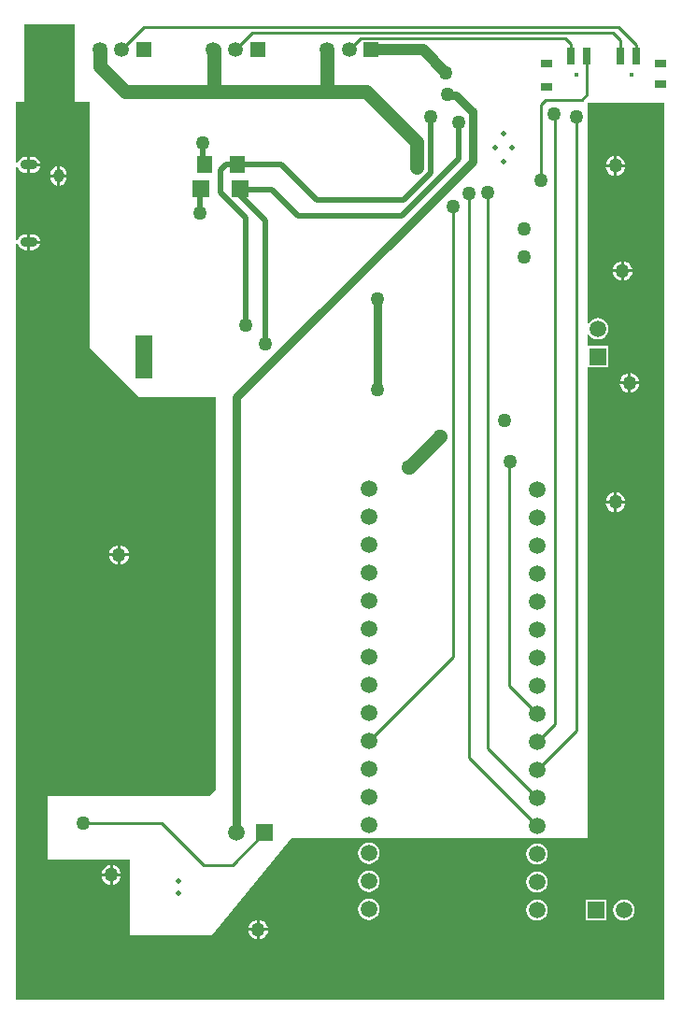
<source format=gbl>
G04*
G04 #@! TF.GenerationSoftware,Altium Limited,Altium Designer,19.1.8 (144)*
G04*
G04 Layer_Physical_Order=2*
G04 Layer_Color=16711680*
%FSTAX44Y44*%
%MOMM*%
G71*
G01*
G75*
%ADD17R,1.4000X1.5000*%
%ADD87C,0.5000*%
%ADD89C,1.0160*%
%ADD90C,0.2540*%
%ADD91C,0.5080*%
%ADD92C,0.7620*%
%ADD95C,1.2700*%
%ADD99R,1.5000X1.5000*%
%ADD100C,1.5000*%
%ADD101R,1.5000X4.0000*%
%ADD102R,1.5000X3.5000*%
%ADD103R,3.5000X1.5000*%
%ADD104O,0.9500X1.2500*%
%ADD105O,1.5500X0.9000*%
%ADD106R,1.3500X1.3500*%
%ADD107C,1.3500*%
%ADD108C,0.4500*%
%ADD109R,1.5000X1.5000*%
%ADD110C,1.2700*%
%ADD111R,1.0000X0.8000*%
%ADD112R,0.7000X1.5000*%
G36*
X0005588Y00826262D02*
X0006985D01*
Y0060325D01*
X001143Y005588D01*
X0018415D01*
Y002032D01*
X001778Y0019685D01*
X0003175D01*
Y00139954D01*
X00106172D01*
X00106172Y00070866D01*
X00180504D01*
X00252879Y0015875D01*
X005207D01*
Y00585844D01*
X0053963D01*
Y00604908D01*
X005207D01*
Y00615381D01*
X00520864Y00615471D01*
X0052197Y00615711D01*
X005233Y00613978D01*
X00525291Y0061245D01*
X0052761Y00611489D01*
X00530098Y00611162D01*
X00532586Y00611489D01*
X00534905Y0061245D01*
X00536896Y00613978D01*
X00538424Y00615969D01*
X00539385Y00618288D01*
X00539712Y00620776D01*
X00539385Y00623264D01*
X00538424Y00625583D01*
X00536896Y00627574D01*
X00534905Y00629102D01*
X00532586Y00630063D01*
X00530098Y0063039D01*
X0052761Y00630063D01*
X00525291Y00629102D01*
X005233Y00627574D01*
X0052197Y00625841D01*
X00520864Y00626081D01*
X005207Y00626171D01*
Y008255D01*
X0059055D01*
Y000127D01*
X005842D01*
Y000127D01*
X00003048D01*
X00003048Y00697209D01*
X00004318Y00697292D01*
X00004321Y00697268D01*
X00005031Y00695556D01*
X00006159Y00694085D01*
X0000763Y00692957D01*
X00009342Y00692247D01*
X0001118Y00692005D01*
X0001316D01*
Y00699106D01*
Y00706207D01*
X0001118D01*
X00009342Y00705965D01*
X0000763Y00705255D01*
X00006159Y00704127D01*
X00005031Y00702656D01*
X00004321Y00700944D01*
X00004318Y00700919D01*
X00003048Y00701003D01*
Y00767209D01*
X00004318Y00767292D01*
X00004321Y00767268D01*
X00005031Y00765556D01*
X00006159Y00764085D01*
X0000763Y00762957D01*
X00009342Y00762247D01*
X0001118Y00762005D01*
X0001316D01*
Y00769106D01*
Y00776207D01*
X0001118D01*
X00009342Y00775965D01*
X0000763Y00775255D01*
X00006159Y00774127D01*
X00005031Y00772656D01*
X00004321Y00770944D01*
X00004318Y00770919D01*
X00003048Y00771003D01*
Y00826262D01*
X0001016D01*
Y0089662D01*
X0005588D01*
Y00826262D01*
D02*
G37*
%LPC*%
G36*
X0001768Y00776207D02*
X000157D01*
Y00770376D01*
X00024613D01*
X00024539Y00770944D01*
X00023829Y00772656D01*
X00022701Y00774127D01*
X0002123Y00775255D01*
X00019518Y00775965D01*
X0001768Y00776207D01*
D02*
G37*
G36*
X0054737Y0077715D02*
Y0076962D01*
X00554899D01*
X00554761Y00770671D01*
X00553865Y00772833D01*
X0055244Y0077469D01*
X00550583Y00776115D01*
X00548421Y00777011D01*
X0054737Y0077715D01*
D02*
G37*
G36*
X0054483D02*
X00543779Y00777011D01*
X00541617Y00776115D01*
X0053976Y0077469D01*
X00538335Y00772833D01*
X00537439Y00770671D01*
X005373Y0076962D01*
X0054483D01*
Y0077715D01*
D02*
G37*
G36*
X00024613Y00767836D02*
X000157D01*
Y00762005D01*
X0001768D01*
X00019518Y00762247D01*
X0002123Y00762957D01*
X00022701Y00764085D01*
X00023829Y00765556D01*
X00024539Y00767268D01*
X00024613Y00767836D01*
D02*
G37*
G36*
X000427Y00767792D02*
Y00760376D01*
X00048783D01*
Y00760606D01*
X00048532Y00762509D01*
X00047798Y00764283D01*
X00046629Y00765805D01*
X00045107Y00766974D01*
X00043333Y00767708D01*
X000427Y00767792D01*
D02*
G37*
G36*
X0004016D02*
X00039527Y00767708D01*
X00037754Y00766974D01*
X00036231Y00765805D01*
X00035062Y00764283D01*
X00034328Y00762509D01*
X00034077Y00760606D01*
Y00760376D01*
X0004016D01*
Y00767792D01*
D02*
G37*
G36*
X00554899Y0076708D02*
X0054737D01*
Y0075955D01*
X00548421Y00759689D01*
X00550583Y00760585D01*
X0055244Y0076201D01*
X00553865Y00763867D01*
X00554761Y00766029D01*
X00554899Y0076708D01*
D02*
G37*
G36*
X0054483D02*
X005373D01*
X00537439Y00766029D01*
X00538335Y00763867D01*
X0053976Y0076201D01*
X00541617Y00760585D01*
X00543779Y00759689D01*
X0054483Y0075955D01*
Y0076708D01*
D02*
G37*
G36*
X00048783Y00757836D02*
X000427D01*
Y0075042D01*
X00043333Y00750504D01*
X00045107Y00751238D01*
X00046629Y00752407D01*
X00047798Y0075393D01*
X00048532Y00755703D01*
X00048783Y00757606D01*
Y00757836D01*
D02*
G37*
G36*
X0004016D02*
X00034077D01*
Y00757606D01*
X00034328Y00755703D01*
X00035062Y0075393D01*
X00036231Y00752407D01*
X00037754Y00751238D01*
X00039527Y00750504D01*
X0004016Y0075042D01*
Y00757836D01*
D02*
G37*
G36*
X0001768Y00706207D02*
X000157D01*
Y00700376D01*
X00024613D01*
X00024539Y00700944D01*
X00023829Y00702656D01*
X00022701Y00704127D01*
X0002123Y00705255D01*
X00019518Y00705965D01*
X0001768Y00706207D01*
D02*
G37*
G36*
X00024613Y00697836D02*
X000157D01*
Y00692005D01*
X0001768D01*
X00019518Y00692247D01*
X0002123Y00692957D01*
X00022701Y00694085D01*
X00023829Y00695556D01*
X00024539Y00697268D01*
X00024613Y00697836D01*
D02*
G37*
G36*
X0055372Y00681899D02*
Y0067437D01*
X0056125D01*
X00561111Y00675421D01*
X00560215Y00677583D01*
X0055879Y0067944D01*
X00556933Y00680865D01*
X00554771Y00681761D01*
X0055372Y00681899D01*
D02*
G37*
G36*
X0055118D02*
X00550129Y00681761D01*
X00547967Y00680865D01*
X0054611Y0067944D01*
X00544685Y00677583D01*
X00543789Y00675421D01*
X00543651Y0067437D01*
X0055118D01*
Y00681899D01*
D02*
G37*
G36*
X0056125Y0067183D02*
X0055372D01*
Y00664301D01*
X00554771Y00664439D01*
X00556933Y00665335D01*
X0055879Y0066676D01*
X00560215Y00668617D01*
X00561111Y00670779D01*
X0056125Y0067183D01*
D02*
G37*
G36*
X0055118D02*
X00543651D01*
X00543789Y00670779D01*
X00544685Y00668617D01*
X0054611Y0066676D01*
X00547967Y00665335D01*
X00550129Y00664439D01*
X0055118Y00664301D01*
Y0067183D01*
D02*
G37*
G36*
X0056007Y00580299D02*
Y0057277D01*
X00567599D01*
X00567461Y00573821D01*
X00566565Y00575983D01*
X0056514Y0057784D01*
X00563283Y00579265D01*
X00561121Y00580161D01*
X0056007Y00580299D01*
D02*
G37*
G36*
X0055753D02*
X00556479Y00580161D01*
X00554317Y00579265D01*
X0055246Y0057784D01*
X00551035Y00575983D01*
X00550139Y00573821D01*
X0055Y0057277D01*
X0055753D01*
Y00580299D01*
D02*
G37*
G36*
X00567599Y0057023D02*
X0056007D01*
Y00562701D01*
X00561121Y00562839D01*
X00563283Y00563735D01*
X0056514Y0056516D01*
X00566565Y00567017D01*
X00567461Y00569179D01*
X00567599Y0057023D01*
D02*
G37*
G36*
X0055753D02*
X0055D01*
X00550139Y00569179D01*
X00551035Y00567017D01*
X0055246Y0056516D01*
X00554317Y00563735D01*
X00556479Y00562839D01*
X0055753Y00562701D01*
Y0057023D01*
D02*
G37*
G36*
X0054737Y0047235D02*
Y0046482D01*
X00554899D01*
X00554761Y00465871D01*
X00553865Y00468033D01*
X0055244Y0046989D01*
X00550583Y00471315D01*
X00548421Y00472211D01*
X0054737Y0047235D01*
D02*
G37*
G36*
X0054483D02*
X00543779Y00472211D01*
X00541617Y00471315D01*
X0053976Y0046989D01*
X00538335Y00468033D01*
X00537439Y00465871D01*
X005373Y0046482D01*
X0054483D01*
Y0047235D01*
D02*
G37*
G36*
X00554899Y0046228D02*
X0054737D01*
Y00454751D01*
X00548421Y00454889D01*
X00550583Y00455785D01*
X0055244Y0045721D01*
X00553865Y00459067D01*
X00554761Y00461229D01*
X00554899Y0046228D01*
D02*
G37*
G36*
X0054483D02*
X005373D01*
X00537439Y00461229D01*
X00538335Y00459067D01*
X0053976Y0045721D01*
X00541617Y00455785D01*
X00543779Y00454889D01*
X0054483Y00454751D01*
Y0046228D01*
D02*
G37*
G36*
X00097536Y00424598D02*
Y00417068D01*
X00105065D01*
X00104927Y00418119D01*
X00104031Y00420281D01*
X00102606Y00422138D01*
X00100749Y00423563D01*
X00098587Y00424459D01*
X00097536Y00424598D01*
D02*
G37*
G36*
X00094996D02*
X00093945Y00424459D01*
X00091783Y00423563D01*
X00089926Y00422138D01*
X00088501Y00420281D01*
X00087605Y00418119D01*
X00087466Y00417068D01*
X00094996D01*
Y00424598D01*
D02*
G37*
G36*
X00105065Y00414528D02*
X00097536D01*
Y00406998D01*
X00098587Y00407137D01*
X00100749Y00408033D01*
X00102606Y00409458D01*
X00104031Y00411315D01*
X00104927Y00413477D01*
X00105065Y00414528D01*
D02*
G37*
G36*
X00094996D02*
X00087466D01*
X00087605Y00413477D01*
X00088501Y00411315D01*
X00089926Y00409458D01*
X00091783Y00408033D01*
X00093945Y00407137D01*
X00094996Y00406998D01*
Y00414528D01*
D02*
G37*
G36*
X0032258Y00154902D02*
X00320092Y00154575D01*
X00317773Y00153614D01*
X00315782Y00152086D01*
X00314254Y00150095D01*
X00313293Y00147776D01*
X00312966Y00145288D01*
X00313293Y001428D01*
X00314254Y00140481D01*
X00315782Y0013849D01*
X00317773Y00136962D01*
X00320092Y00136001D01*
X0032258Y00135674D01*
X00325068Y00136001D01*
X00327387Y00136962D01*
X00329378Y0013849D01*
X00330906Y00140481D01*
X00331867Y001428D01*
X00332194Y00145288D01*
X00331867Y00147776D01*
X00330906Y00150095D01*
X00329378Y00152086D01*
X00327387Y00153614D01*
X00325068Y00154575D01*
X0032258Y00154902D01*
D02*
G37*
G36*
X0047498Y00154394D02*
X00472492Y00154067D01*
X00470173Y00153106D01*
X00468182Y00151578D01*
X00466654Y00149587D01*
X00465693Y00147268D01*
X00465366Y0014478D01*
X00465693Y00142292D01*
X00466654Y00139973D01*
X00468182Y00137982D01*
X00470173Y00136454D01*
X00472492Y00135493D01*
X0047498Y00135166D01*
X00477468Y00135493D01*
X00479787Y00136454D01*
X00481778Y00137982D01*
X00483306Y00139973D01*
X00484267Y00142292D01*
X00484594Y0014478D01*
X00484267Y00147268D01*
X00483306Y00149587D01*
X00481778Y00151578D01*
X00479787Y00153106D01*
X00477468Y00154067D01*
X0047498Y00154394D01*
D02*
G37*
G36*
X00090424Y00134529D02*
Y00127D01*
X00097954D01*
X00097815Y00128051D01*
X00096919Y00130213D01*
X00095494Y0013207D01*
X00093637Y00133495D01*
X00091475Y00134391D01*
X00090424Y00134529D01*
D02*
G37*
G36*
X00087884D02*
X00086833Y00134391D01*
X00084671Y00133495D01*
X00082814Y0013207D01*
X00081389Y00130213D01*
X00080493Y00128051D01*
X00080354Y00127D01*
X00087884D01*
Y00134529D01*
D02*
G37*
G36*
X00097954Y0012446D02*
X00090424D01*
Y00116931D01*
X00091475Y00117069D01*
X00093637Y00117965D01*
X00095494Y0011939D01*
X00096919Y00121247D01*
X00097815Y00123409D01*
X00097954Y0012446D01*
D02*
G37*
G36*
X00087884D02*
X00080354D01*
X00080493Y00123409D01*
X00081389Y00121247D01*
X00082814Y0011939D01*
X00084671Y00117965D01*
X00086833Y00117069D01*
X00087884Y00116931D01*
Y0012446D01*
D02*
G37*
G36*
X0032258Y00129502D02*
X00320092Y00129175D01*
X00317773Y00128214D01*
X00315782Y00126686D01*
X00314254Y00124695D01*
X00313293Y00122376D01*
X00312966Y00119888D01*
X00313293Y001174D01*
X00314254Y00115081D01*
X00315782Y0011309D01*
X00317773Y00111562D01*
X00320092Y00110601D01*
X0032258Y00110274D01*
X00325068Y00110601D01*
X00327387Y00111562D01*
X00329378Y0011309D01*
X00330906Y00115081D01*
X00331867Y001174D01*
X00332194Y00119888D01*
X00331867Y00122376D01*
X00330906Y00124695D01*
X00329378Y00126686D01*
X00327387Y00128214D01*
X00325068Y00129175D01*
X0032258Y00129502D01*
D02*
G37*
G36*
X0047498Y00128994D02*
X00472492Y00128667D01*
X00470173Y00127706D01*
X00468182Y00126178D01*
X00466654Y00124187D01*
X00465693Y00121868D01*
X00465366Y0011938D01*
X00465693Y00116892D01*
X00466654Y00114573D01*
X00468182Y00112582D01*
X00470173Y00111054D01*
X00472492Y00110093D01*
X0047498Y00109766D01*
X00477468Y00110093D01*
X00479787Y00111054D01*
X00481778Y00112582D01*
X00483306Y00114573D01*
X00484267Y00116892D01*
X00484594Y0011938D01*
X00484267Y00121868D01*
X00483306Y00124187D01*
X00481778Y00126178D01*
X00479787Y00127706D01*
X00477468Y00128667D01*
X0047498Y00128994D01*
D02*
G37*
G36*
X0032258Y00104102D02*
X00320092Y00103775D01*
X00317773Y00102814D01*
X00315782Y00101286D01*
X00314254Y00099295D01*
X00313293Y00096976D01*
X00312966Y00094488D01*
X00313293Y00092D01*
X00314254Y00089681D01*
X00315782Y0008769D01*
X00317773Y00086162D01*
X00320092Y00085201D01*
X0032258Y00084874D01*
X00325068Y00085201D01*
X00327387Y00086162D01*
X00329378Y0008769D01*
X00330906Y00089681D01*
X00331867Y00092D01*
X00332194Y00094488D01*
X00331867Y00096976D01*
X00330906Y00099295D01*
X00329378Y00101286D01*
X00327387Y00102814D01*
X00325068Y00103775D01*
X0032258Y00104102D01*
D02*
G37*
G36*
X00537852Y00103512D02*
X00518788D01*
Y00084448D01*
X00537852D01*
Y00103512D01*
D02*
G37*
G36*
X0055372Y00103594D02*
X00551232Y00103267D01*
X00548913Y00102306D01*
X00546922Y00100778D01*
X00545394Y00098787D01*
X00544433Y00096468D01*
X00544106Y0009398D01*
X00544433Y00091492D01*
X00545394Y00089173D01*
X00546922Y00087182D01*
X00548913Y00085654D01*
X00551232Y00084693D01*
X0055372Y00084366D01*
X00556208Y00084693D01*
X00558527Y00085654D01*
X00560518Y00087182D01*
X00562046Y00089173D01*
X00563007Y00091492D01*
X00563334Y0009398D01*
X00563007Y00096468D01*
X00562046Y00098787D01*
X00560518Y00100778D01*
X00558527Y00102306D01*
X00556208Y00103267D01*
X0055372Y00103594D01*
D02*
G37*
G36*
X0047498D02*
X00472492Y00103267D01*
X00470173Y00102306D01*
X00468182Y00100778D01*
X00466654Y00098787D01*
X00465693Y00096468D01*
X00465366Y0009398D01*
X00465693Y00091492D01*
X00466654Y00089173D01*
X00468182Y00087182D01*
X00470173Y00085654D01*
X00472492Y00084693D01*
X0047498Y00084366D01*
X00477468Y00084693D01*
X00479787Y00085654D01*
X00481778Y00087182D01*
X00483306Y00089173D01*
X00484267Y00091492D01*
X00484594Y0009398D01*
X00484267Y00096468D01*
X00483306Y00098787D01*
X00481778Y00100778D01*
X00479787Y00102306D01*
X00477468Y00103267D01*
X0047498Y00103594D01*
D02*
G37*
G36*
X0022352Y00085D02*
Y0007747D01*
X00231049D01*
X00230911Y00078521D01*
X00230015Y00080683D01*
X0022859Y0008254D01*
X00226733Y00083965D01*
X00224571Y00084861D01*
X0022352Y00085D01*
D02*
G37*
G36*
X0022098D02*
X00219929Y00084861D01*
X00217767Y00083965D01*
X0021591Y0008254D01*
X00214485Y00080683D01*
X00213589Y00078521D01*
X00213451Y0007747D01*
X0022098D01*
Y00085D01*
D02*
G37*
G36*
X00231049Y0007493D02*
X0022352D01*
Y000674D01*
X00224571Y00067539D01*
X00226733Y00068435D01*
X0022859Y0006986D01*
X00230015Y00071717D01*
X00230911Y00073879D01*
X00231049Y0007493D01*
D02*
G37*
G36*
X0022098D02*
X00213451D01*
X00213589Y00073879D01*
X00214485Y00071717D01*
X0021591Y0006986D01*
X00217767Y00068435D01*
X00219929Y00067539D01*
X0022098Y000674D01*
Y0007493D01*
D02*
G37*
%LPD*%
D17*
X00173722Y0076962D02*
D03*
X00203722D02*
D03*
D87*
X00444409Y00772111D02*
D03*
X00452159Y0078486D02*
D03*
X00444409Y00797611D02*
D03*
X00436659Y0078486D02*
D03*
X0014986Y0012022D02*
D03*
Y0010922D02*
D03*
D89*
X003248Y0087376D02*
X0037145D01*
X0039243Y0085278D01*
D90*
X00478252Y00755172D02*
Y00823438D01*
X00482854Y0082804D01*
X00478252Y00755172D02*
X00478282Y00755142D01*
X00490982Y00262382D02*
Y00814578D01*
X0047498Y0024638D02*
X00490982Y00262382D01*
X0049022Y0081534D02*
X00490982Y00814578D01*
X0043053Y0024003D02*
X0047498Y0019558D01*
X0043053Y0024003D02*
Y00743712D01*
X00413512Y00231648D02*
X0047498Y0017018D01*
X00413512Y00231648D02*
Y00743204D01*
X00168123Y00745183D02*
X00170715Y00747775D01*
X00168123Y00745183D02*
X00169139Y00744167D01*
X0020177Y0087376D02*
X0021701Y00889D01*
X00172212Y0077113D02*
X00173722Y0076962D01*
X00449834Y00500126D02*
X00450342D01*
X0044958Y0050038D02*
X00449834Y00500126D01*
X0044958Y0029718D02*
Y0050038D01*
X00482854Y0082804D02*
X0051562D01*
X0039878Y00730032D02*
X00400268Y0073152D01*
X0039878D02*
X00400268D01*
X0039624Y00320548D02*
X0039878Y00323088D01*
Y00730032D01*
X0044958Y0029718D02*
X0047498Y0027178D01*
X0032258Y00246888D02*
X0039624Y00320548D01*
X00205461Y00747521D02*
X00205715Y00747775D01*
X000635Y0017285D02*
X0013449D01*
X00199136Y0013462D02*
X00228346Y0016383D01*
X0017272Y0013462D02*
X00199136D01*
X0013449Y0017285D02*
X0017272Y0013462D01*
X00416143Y0081788D02*
X0041656Y00817464D01*
X0054356Y00889D02*
X00550324Y00882236D01*
X003048Y0087376D02*
X0031496Y0088392D01*
X0021701Y00889D02*
X0054356D01*
X0011906Y0089408D02*
X0054864D01*
X0009874Y0087376D02*
X0011906Y0089408D01*
X0050038Y0088392D02*
X00505324Y00878976D01*
X0031496Y0088392D02*
X0050038D01*
X0054864Y0089408D02*
X00565006Y00877714D01*
X0051562Y0082804D02*
X00520324Y00832744D01*
Y00867892D01*
X0051054Y0025654D02*
Y008128D01*
X0047498Y0022098D02*
X0051054Y0025654D01*
X00505324Y00867892D02*
Y00878976D01*
X00550324Y00867892D02*
Y00882236D01*
X00565006Y0086821D02*
X00565324Y00867892D01*
X00565006Y0086821D02*
Y00877714D01*
X0021987Y0083566D02*
X0022352D01*
D91*
X00169139Y00725423D02*
Y00744167D01*
X002286Y00607012D02*
Y0071882D01*
X0018796Y00744064D02*
X00211008Y00721016D01*
Y00623758D02*
Y00721016D01*
X00203722Y0076962D02*
X00243332D01*
X00193253D02*
X00203722D01*
X0018796Y00764327D02*
X00193253Y0076962D01*
X0018796Y00744064D02*
Y00764327D01*
X00172212Y0077113D02*
Y00788924D01*
X00243332Y0076962D02*
X0027559Y00737362D01*
X0020574Y00746506D02*
X00234696D01*
X00258318Y00722884D02*
X00352044D01*
X00234696Y00746506D02*
X00258318Y00722884D01*
X0020574Y0074168D02*
X002286Y0071882D01*
X0040386Y007747D02*
Y0080772D01*
X00352044Y00722884D02*
X0040386Y007747D01*
X00353822Y00737362D02*
X0037846Y00762D01*
Y008128D01*
X0027559Y00737362D02*
X00353822D01*
D92*
X003302Y0056515D02*
Y006477D01*
X00202946Y00558546D02*
X0041656Y0077216D01*
X00202946Y0016383D02*
Y00558546D01*
X0041656Y0077216D02*
Y00817464D01*
X003937Y0083312D02*
X00394672Y00832148D01*
X00401875D02*
X00416143Y0081788D01*
X00394672Y00832148D02*
X00401875D01*
D95*
X002848Y0083566D02*
Y0087376D01*
X0022352Y0083566D02*
X002848D01*
X0032004D01*
X00181923Y0083566D02*
X00181923Y0083566D01*
X00181923Y0083566D02*
Y00873607D01*
X001016Y0083566D02*
X0021987D01*
X00386842Y00523494D02*
Y00523494D01*
X00358902Y00495554D02*
X00386842Y00523494D01*
X0007874Y0085852D02*
X001016Y0083566D01*
X0018177Y0087376D02*
X00181923Y00873607D01*
X00358648Y00495554D02*
X00358902D01*
X0036576Y0076708D02*
Y0078994D01*
X0032004Y0083566D02*
X0036576Y0078994D01*
X0007874Y0085852D02*
Y0087376D01*
D99*
X00170715Y00747775D02*
D03*
X00205715D02*
D03*
X00228346Y0016383D02*
D03*
X0052832Y0009398D02*
D03*
D100*
X00202946Y0016383D02*
D03*
X0032258Y00094488D02*
D03*
Y00119888D02*
D03*
X0047498Y0009398D02*
D03*
Y0011938D02*
D03*
X00530098Y00620776D02*
D03*
X0047498Y0014478D02*
D03*
Y0017018D02*
D03*
Y0019558D02*
D03*
Y0022098D02*
D03*
Y0024638D02*
D03*
Y0027178D02*
D03*
Y0029718D02*
D03*
Y0032258D02*
D03*
Y0034798D02*
D03*
Y0037338D02*
D03*
Y0039878D02*
D03*
Y0042418D02*
D03*
Y0044958D02*
D03*
Y0047498D02*
D03*
X0055372Y0009398D02*
D03*
X0032258Y00475488D02*
D03*
Y00450088D02*
D03*
Y00424688D02*
D03*
Y00399288D02*
D03*
Y00373888D02*
D03*
Y00348488D02*
D03*
Y00323088D02*
D03*
Y00297688D02*
D03*
Y00272288D02*
D03*
Y00246888D02*
D03*
Y00221488D02*
D03*
Y00196088D02*
D03*
Y00170688D02*
D03*
Y00145288D02*
D03*
D101*
X00118646Y00594868D02*
D03*
D102*
X00058646D02*
D03*
D103*
X00088646Y00547868D02*
D03*
D104*
X0004143Y00709106D02*
D03*
Y00759106D02*
D03*
D105*
X0001443Y00699106D02*
D03*
Y00769106D02*
D03*
D106*
X0022177Y0087376D02*
D03*
X003248D02*
D03*
X0011874D02*
D03*
D107*
X0020177D02*
D03*
X0018177D02*
D03*
X003048D02*
D03*
X002848D02*
D03*
X0009874D02*
D03*
X0007874D02*
D03*
D108*
X00510324Y00850392D02*
D03*
X00560324D02*
D03*
D109*
X00530098Y00595376D02*
D03*
X0047498Y0006858D02*
D03*
X0032258Y00069088D02*
D03*
D110*
X00478282Y00755142D02*
D03*
X0043053Y00743712D02*
D03*
X00413512Y00743204D02*
D03*
X00386842Y00523494D02*
D03*
X003302Y006477D02*
D03*
Y0056515D02*
D03*
X005461Y0076835D02*
D03*
X00169139Y00725423D02*
D03*
X002286Y00607012D02*
D03*
X00211008Y00623758D02*
D03*
X0055245Y006731D02*
D03*
X005588Y005715D02*
D03*
X005461Y0046355D02*
D03*
X0022225Y000762D02*
D03*
X0039243Y0085278D02*
D03*
X0003302Y0086868D02*
D03*
X00089154Y0012573D02*
D03*
X00096266Y00415798D02*
D03*
X00172212Y00788924D02*
D03*
X00358648Y00495554D02*
D03*
X00445262Y0053721D02*
D03*
X00450342Y00500126D02*
D03*
X0046355Y007112D02*
D03*
Y006858D02*
D03*
X0049022Y0081534D02*
D03*
X0039878Y0073152D02*
D03*
X000635Y0017285D02*
D03*
X003937Y0083312D02*
D03*
X0040386Y0080772D02*
D03*
X0037846Y008128D02*
D03*
X0051054D02*
D03*
X0036576Y0076708D02*
D03*
D111*
X00483824Y00860892D02*
D03*
Y00839892D02*
D03*
X00586824Y00842492D02*
D03*
Y00860892D02*
D03*
D112*
X00505324Y00867892D02*
D03*
X00520324D02*
D03*
X00550324D02*
D03*
X00565324D02*
D03*
M02*

</source>
